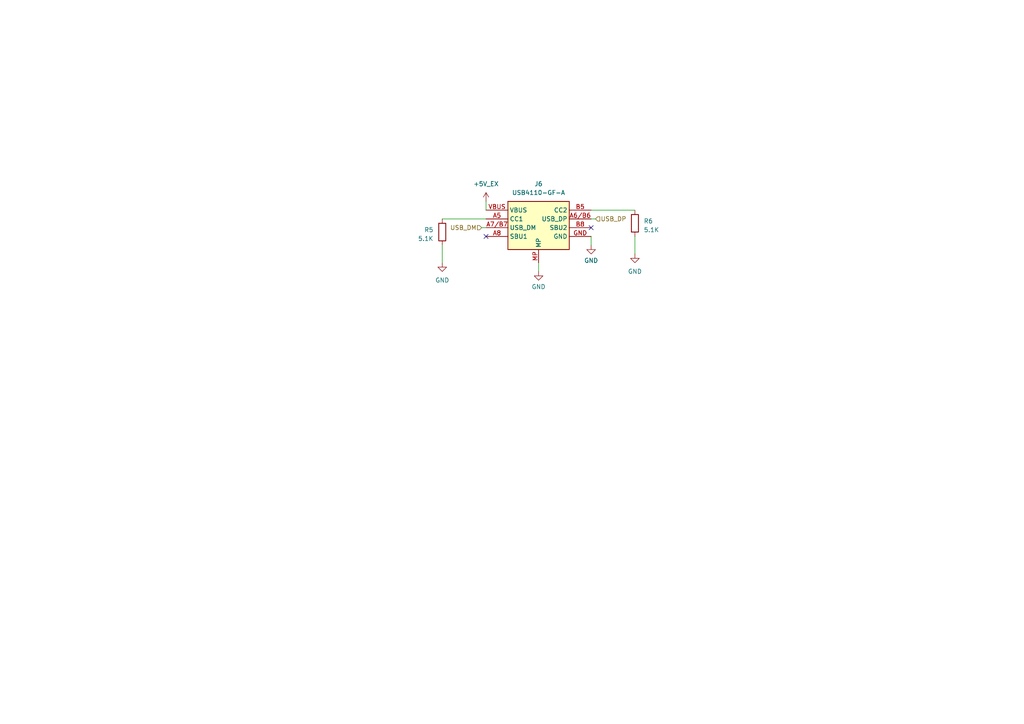
<source format=kicad_sch>
(kicad_sch (version 20231120) (generator "eeschema") (generator_version "8.0")
  (paper "A4")
  (lib_symbols
    (symbol "Device:R" (pin_numbers hide) (pin_names (offset 0))
      (property "Reference" "R" (at 2.032 0 90))
      (property "Value" "R" (at 0 0 90))
      (symbol "R_0_1"
        (rectangle (start -1.016 -2.54) (end 1.016 2.54) (stroke (width 0.254)))
      )
      (symbol "R_1_1"
        (pin passive line (at 0 3.81 270) (length 1.27) (name "~") (number "1"))
        (pin passive line (at 0 -3.81 90) (length 1.27) (name "~") (number "2"))
      )
    )
    (symbol "USB-C:USB4110-GF-A"
      (property "Reference" "J" (at 5.588 4.826 0))
      (property "Value" "USB4110-GF-A" (at 14.732 -12.192 0))
      (symbol "USB4110-GF-A_1_1"
        (rectangle (start 5.08 2.54) (end 22.86 -11.43) (stroke (width 0.254)) (fill (type background)))
        (pin passive line (at -1.27 -2.54 0) (length 6.35) (name "CC1") (number "A5"))
        (pin bidirectional line (at 29.21 -2.54 180) (length 6.35) (name "USB_DP") (number "A6/B6"))
        (pin bidirectional line (at -1.27 -5.08 0) (length 6.35) (name "USB_DM") (number "A7/B7") (alternate "" input line))
        (pin passive line (at -1.27 -7.62 0) (length 6.35) (name "SBU1") (number "A8"))
        (pin passive line (at 29.21 0 180) (length 6.35) (name "CC2") (number "B5"))
        (pin passive line (at 29.21 -5.08 180) (length 6.35) (name "SBU2") (number "B8"))
        (pin passive line (at 29.21 -7.62 180) (length 6.35) (name "GND") (number "GND"))
        (pin passive line (at 13.97 -15.24 90) (length 3.81) (name "MP") (number "MP"))
        (pin power_out line (at -1.27 0 0) (length 6.35) (name "VBUS") (number "VBUS"))
      )
    )
    (symbol "power:+5V" (power) (pin_names (offset 0))
      (property "Value" "+5V" (at 0 3.556 0))
      (symbol "+5V_0_1"
        (polyline (pts (xy -0.762 1.27) (xy 0 2.54)))
        (polyline (pts (xy 0 0) (xy 0 2.54)))
        (polyline (pts (xy 0 2.54) (xy 0.762 1.27)))
      )
      (symbol "+5V_1_1"
        (pin power_in line (at 0 0 90) (length 0) hide (name "+5V") (number "1"))
      )
    )
    (symbol "power:GND" (power) (pin_names (offset 0))
      (property "Value" "GND" (at 0 -3.81 0))
      (symbol "GND_0_1"
        (polyline (pts (xy 0 0) (xy 0 -1.27) (xy 1.27 -1.27) (xy 0 -2.54) (xy -1.27 -1.27) (xy 0 -1.27)))
      )
      (symbol "GND_1_1"
        (pin power_in line (at 0 0 270) (length 0) hide (name "GND") (number "1"))
      )
    )
  )
  (no_connect (at 140.97 68.58))
  (no_connect (at 171.45 66.04))
  (wire (pts (xy 171.45 68.58) (xy 171.45 71.12)))
  (wire (pts (xy 172.72 63.5) (xy 171.45 63.5)))
  (wire (pts (xy 184.15 68.58) (xy 184.15 73.66)))
  (wire (pts (xy 128.27 71.12) (xy 128.27 76.2)))
  (wire (pts (xy 139.7 66.04) (xy 140.97 66.04)))
  (wire (pts (xy 128.27 63.5) (xy 140.97 63.5)))
  (wire (pts (xy 171.45 60.96) (xy 184.15 60.96)))
  (wire (pts (xy 156.21 76.2) (xy 156.21 78.74)))
  (wire (pts (xy 140.97 58.42) (xy 140.97 60.96)))
  (hierarchical_label "USB_DM" (shape input) (at 139.7 66.04 180))
  (hierarchical_label "USB_DP" (shape input) (at 172.72 63.5 0))
  (symbol (lib_id "power:GND") (at 128.27 76.2 0) (unit 1)
    (property "Reference" "#PWR019" (effects (hide yes)))
    (property "Value" "GND" (at 128.27 81.28 0))
  )
  (symbol (lib_id "power:GND") (at 184.15 73.66 0) (unit 1)
    (property "Reference" "#PWR026" (effects (hide yes)))
    (property "Value" "GND" (at 184.15 78.74 0))
  )
  (symbol (lib_id "power:GND") (at 171.45 71.12 0) (unit 1)
    (property "Reference" "#PWR076" (effects (hide yes)))
    (property "Value" "GND" (at 171.45 75.565 0))
  )
  (symbol (lib_id "Device:R") (at 128.27 67.31 0) (mirror x) (unit 1)
    (property "Reference" "R5" (at 125.73 66.675 0) (effects (justify right)))
    (property "Value" "5.1K" (at 125.73 69.215 0) (effects (justify right)))
    (property "Footprint" "Resistor_SMD:R_0805_2012Metric_Pad1.20x1.40mm_HandSolder" (effects (hide yes)))
  )
  (symbol (lib_id "USB-C:USB4110-GF-A") (at 142.24 60.96 0) (unit 1)
    (property "Reference" "J6" (at 156.21 53.34 0))
    (property "Value" "USB4110-GF-A" (at 156.21 55.88 0))
    (property "Footprint" "USB-C:USB4110GFA" (effects (hide yes)))
    (property "Datasheet" "https://gct.co/files/drawings/usb4110.pdf" (effects (hide yes)))
    (property "Description" "CONN USB 2.0 TYPE-C R/A SMT" (effects (hide yes)))
    (property "Height" "3.26" (effects (hide yes)))
    (property "Mouser Part Number" "640-USB4110-GF-A" (effects (hide yes)))
    (property "Mouser Price/Stock" "https://www.mouser.co.uk/ProductDetail/GCT/USB4110-GF-A?qs=KUoIvG%2F9IlYiZvIXQjyJeA%3D%3D" (effects (hide yes)))
    (property "Manufacturer_Name" "GCT (GLOBAL CONNECTOR TECHNOLOGY)" (effects (hide yes)))
    (property "Manufacturer_Part_Number" "USB4110-GF-A" (effects (hide yes)))
    (pin "A7/B7" (alternate "USB_DP"))
  )
  (symbol (lib_id "Device:R") (at 184.15 64.77 180) (unit 1)
    (property "Reference" "R6" (at 186.69 64.135 0) (effects (justify right)))
    (property "Value" "5.1K" (at 186.69 66.675 0) (effects (justify right)))
    (property "Footprint" "Resistor_SMD:R_0805_2012Metric_Pad1.20x1.40mm_HandSolder" (effects (hide yes)))
  )
  (symbol (lib_id "power:+5V") (at 140.97 58.42 0) (unit 1)
    (property "Reference" "#PWR023" (effects (hide yes)))
    (property "Value" "+5V_EX" (at 140.97 53.34 0))
  )
  (symbol (lib_id "power:GND") (at 156.21 78.74 0) (unit 1)
    (property "Reference" "#PWR025" (effects (hide yes)))
    (property "Value" "GND" (at 156.21 83.185 0))
  )
)
</source>
